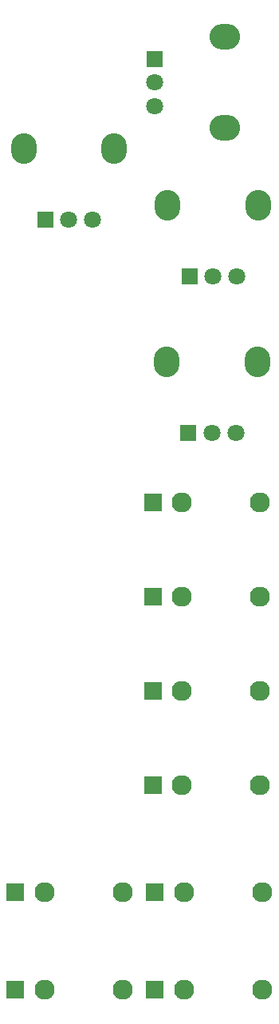
<source format=gbr>
%TF.GenerationSoftware,KiCad,Pcbnew,(7.0.0)*%
%TF.CreationDate,2023-03-30T09:00:50-07:00*%
%TF.ProjectId,wyw_r_frontpanel,7779775f-725f-4667-926f-6e7470616e65,rev?*%
%TF.SameCoordinates,Original*%
%TF.FileFunction,Soldermask,Top*%
%TF.FilePolarity,Negative*%
%FSLAX46Y46*%
G04 Gerber Fmt 4.6, Leading zero omitted, Abs format (unit mm)*
G04 Created by KiCad (PCBNEW (7.0.0)) date 2023-03-30 09:00:50*
%MOMM*%
%LPD*%
G01*
G04 APERTURE LIST*
%ADD10C,2.130000*%
%ADD11R,1.830000X1.930000*%
%ADD12O,2.720000X3.240000*%
%ADD13R,1.800000X1.800000*%
%ADD14C,1.800000*%
%ADD15O,3.240000X2.720000*%
G04 APERTURE END LIST*
D10*
%TO.C,J5*%
X39800000Y-110700000D03*
X48100000Y-110700000D03*
D11*
X36699999Y-110699999D03*
%TD*%
D12*
%TO.C,RV3*%
X38299999Y-49249999D03*
X47899999Y-49249999D03*
D13*
X40599999Y-56749999D03*
D14*
X43100000Y-56750000D03*
X45600000Y-56750000D03*
%TD*%
D10*
%TO.C,J9*%
X40021539Y-132358354D03*
X48321539Y-132358354D03*
D11*
X36921538Y-132358353D03*
%TD*%
D12*
%TO.C,RV1*%
X22999999Y-43224999D03*
X32599999Y-43224999D03*
D13*
X25299999Y-50724999D03*
D14*
X27800000Y-50725000D03*
X30300000Y-50725000D03*
%TD*%
D10*
%TO.C,J3*%
X39800000Y-90700000D03*
X48100000Y-90700000D03*
D11*
X36699999Y-90699999D03*
%TD*%
D10*
%TO.C,J2*%
X39800000Y-80700000D03*
X48100000Y-80700000D03*
D11*
X36699999Y-80699999D03*
%TD*%
D10*
%TO.C,J4*%
X39800000Y-100700000D03*
X48100000Y-100700000D03*
D11*
X36699999Y-100699999D03*
%TD*%
%TO.C,J6*%
X22099999Y-121999999D03*
D10*
X33500000Y-122000000D03*
X25200000Y-122000000D03*
%TD*%
%TO.C,J7*%
X40021539Y-122000000D03*
X48321539Y-122000000D03*
D11*
X36921538Y-121999999D03*
%TD*%
D14*
%TO.C,RV4*%
X45500000Y-73325000D03*
X43000000Y-73325000D03*
D13*
X40499999Y-73324999D03*
D12*
X47799999Y-65824999D03*
X38199999Y-65824999D03*
%TD*%
D11*
%TO.C,J8*%
X22099999Y-132358353D03*
D10*
X33500000Y-132358354D03*
X25200000Y-132358354D03*
%TD*%
D15*
%TO.C,RV2*%
X44374999Y-31399999D03*
X44374999Y-40999999D03*
D13*
X36874999Y-33699999D03*
D14*
X36875000Y-36200000D03*
X36875000Y-38700000D03*
%TD*%
M02*

</source>
